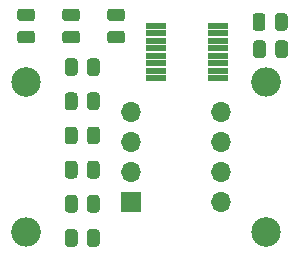
<source format=gbr>
%TF.GenerationSoftware,KiCad,Pcbnew,(5.1.6)-1*%
%TF.CreationDate,2020-07-16T10:06:32+01:00*%
%TF.ProjectId,Jag_Speedy_VRConditioner,4a61675f-5370-4656-9564-795f5652436f,rev?*%
%TF.SameCoordinates,Original*%
%TF.FileFunction,Soldermask,Top*%
%TF.FilePolarity,Negative*%
%FSLAX46Y46*%
G04 Gerber Fmt 4.6, Leading zero omitted, Abs format (unit mm)*
G04 Created by KiCad (PCBNEW (5.1.6)-1) date 2020-07-16 10:06:32*
%MOMM*%
%LPD*%
G01*
G04 APERTURE LIST*
%ADD10O,2.500000X2.500000*%
%ADD11C,2.500000*%
%ADD12O,1.700000X1.700000*%
%ADD13R,1.700000X1.700000*%
%ADD14R,1.700000X0.510000*%
G04 APERTURE END LIST*
D10*
%TO.C,R8*%
X134620000Y-97790000D03*
D11*
X134620000Y-85090000D03*
%TD*%
D10*
%TO.C,R7*%
X154940000Y-85090000D03*
D11*
X154940000Y-97790000D03*
%TD*%
D12*
%TO.C,J1*%
X151130000Y-95250000D03*
X143510000Y-87630000D03*
X151130000Y-92710000D03*
X143510000Y-90170000D03*
X151130000Y-90170000D03*
X143510000Y-92710000D03*
X151130000Y-87630000D03*
D13*
X143510000Y-95250000D03*
%TD*%
D14*
%TO.C,IC1*%
X145594700Y-84772500D03*
X145594700Y-84137500D03*
X145594700Y-83502500D03*
X145594700Y-82867500D03*
X145594700Y-82232500D03*
X145594700Y-81597500D03*
X145594700Y-80962500D03*
X145594700Y-80327500D03*
X150903300Y-80327500D03*
X150903300Y-80962500D03*
X150903300Y-81597500D03*
X150903300Y-82232500D03*
X150903300Y-82867500D03*
X150903300Y-83502500D03*
X150903300Y-84137500D03*
X150903300Y-84772500D03*
%TD*%
%TO.C,C1*%
G36*
G01*
X138911250Y-79942500D02*
X137948750Y-79942500D01*
G75*
G02*
X137680000Y-79673750I0J268750D01*
G01*
X137680000Y-79136250D01*
G75*
G02*
X137948750Y-78867500I268750J0D01*
G01*
X138911250Y-78867500D01*
G75*
G02*
X139180000Y-79136250I0J-268750D01*
G01*
X139180000Y-79673750D01*
G75*
G02*
X138911250Y-79942500I-268750J0D01*
G01*
G37*
G36*
G01*
X138911250Y-81817500D02*
X137948750Y-81817500D01*
G75*
G02*
X137680000Y-81548750I0J268750D01*
G01*
X137680000Y-81011250D01*
G75*
G02*
X137948750Y-80742500I268750J0D01*
G01*
X138911250Y-80742500D01*
G75*
G02*
X139180000Y-81011250I0J-268750D01*
G01*
X139180000Y-81548750D01*
G75*
G02*
X138911250Y-81817500I-268750J0D01*
G01*
G37*
%TD*%
%TO.C,R6*%
G36*
G01*
X138967500Y-92020750D02*
X138967500Y-92983250D01*
G75*
G02*
X138698750Y-93252000I-268750J0D01*
G01*
X138161250Y-93252000D01*
G75*
G02*
X137892500Y-92983250I0J268750D01*
G01*
X137892500Y-92020750D01*
G75*
G02*
X138161250Y-91752000I268750J0D01*
G01*
X138698750Y-91752000D01*
G75*
G02*
X138967500Y-92020750I0J-268750D01*
G01*
G37*
G36*
G01*
X140842500Y-92020750D02*
X140842500Y-92983250D01*
G75*
G02*
X140573750Y-93252000I-268750J0D01*
G01*
X140036250Y-93252000D01*
G75*
G02*
X139767500Y-92983250I0J268750D01*
G01*
X139767500Y-92020750D01*
G75*
G02*
X140036250Y-91752000I268750J0D01*
G01*
X140573750Y-91752000D01*
G75*
G02*
X140842500Y-92020750I0J-268750D01*
G01*
G37*
%TD*%
%TO.C,R2*%
G36*
G01*
X155672500Y-80491250D02*
X155672500Y-79528750D01*
G75*
G02*
X155941250Y-79260000I268750J0D01*
G01*
X156478750Y-79260000D01*
G75*
G02*
X156747500Y-79528750I0J-268750D01*
G01*
X156747500Y-80491250D01*
G75*
G02*
X156478750Y-80760000I-268750J0D01*
G01*
X155941250Y-80760000D01*
G75*
G02*
X155672500Y-80491250I0J268750D01*
G01*
G37*
G36*
G01*
X153797500Y-80491250D02*
X153797500Y-79528750D01*
G75*
G02*
X154066250Y-79260000I268750J0D01*
G01*
X154603750Y-79260000D01*
G75*
G02*
X154872500Y-79528750I0J-268750D01*
G01*
X154872500Y-80491250D01*
G75*
G02*
X154603750Y-80760000I-268750J0D01*
G01*
X154066250Y-80760000D01*
G75*
G02*
X153797500Y-80491250I0J268750D01*
G01*
G37*
%TD*%
%TO.C,C5*%
G36*
G01*
X138967500Y-83338750D02*
X138967500Y-84301250D01*
G75*
G02*
X138698750Y-84570000I-268750J0D01*
G01*
X138161250Y-84570000D01*
G75*
G02*
X137892500Y-84301250I0J268750D01*
G01*
X137892500Y-83338750D01*
G75*
G02*
X138161250Y-83070000I268750J0D01*
G01*
X138698750Y-83070000D01*
G75*
G02*
X138967500Y-83338750I0J-268750D01*
G01*
G37*
G36*
G01*
X140842500Y-83338750D02*
X140842500Y-84301250D01*
G75*
G02*
X140573750Y-84570000I-268750J0D01*
G01*
X140036250Y-84570000D01*
G75*
G02*
X139767500Y-84301250I0J268750D01*
G01*
X139767500Y-83338750D01*
G75*
G02*
X140036250Y-83070000I268750J0D01*
G01*
X140573750Y-83070000D01*
G75*
G02*
X140842500Y-83338750I0J-268750D01*
G01*
G37*
%TD*%
%TO.C,C2*%
G36*
G01*
X142721250Y-79942500D02*
X141758750Y-79942500D01*
G75*
G02*
X141490000Y-79673750I0J268750D01*
G01*
X141490000Y-79136250D01*
G75*
G02*
X141758750Y-78867500I268750J0D01*
G01*
X142721250Y-78867500D01*
G75*
G02*
X142990000Y-79136250I0J-268750D01*
G01*
X142990000Y-79673750D01*
G75*
G02*
X142721250Y-79942500I-268750J0D01*
G01*
G37*
G36*
G01*
X142721250Y-81817500D02*
X141758750Y-81817500D01*
G75*
G02*
X141490000Y-81548750I0J268750D01*
G01*
X141490000Y-81011250D01*
G75*
G02*
X141758750Y-80742500I268750J0D01*
G01*
X142721250Y-80742500D01*
G75*
G02*
X142990000Y-81011250I0J-268750D01*
G01*
X142990000Y-81548750D01*
G75*
G02*
X142721250Y-81817500I-268750J0D01*
G01*
G37*
%TD*%
%TO.C,R5*%
G36*
G01*
X138967500Y-86232750D02*
X138967500Y-87195250D01*
G75*
G02*
X138698750Y-87464000I-268750J0D01*
G01*
X138161250Y-87464000D01*
G75*
G02*
X137892500Y-87195250I0J268750D01*
G01*
X137892500Y-86232750D01*
G75*
G02*
X138161250Y-85964000I268750J0D01*
G01*
X138698750Y-85964000D01*
G75*
G02*
X138967500Y-86232750I0J-268750D01*
G01*
G37*
G36*
G01*
X140842500Y-86232750D02*
X140842500Y-87195250D01*
G75*
G02*
X140573750Y-87464000I-268750J0D01*
G01*
X140036250Y-87464000D01*
G75*
G02*
X139767500Y-87195250I0J268750D01*
G01*
X139767500Y-86232750D01*
G75*
G02*
X140036250Y-85964000I268750J0D01*
G01*
X140573750Y-85964000D01*
G75*
G02*
X140842500Y-86232750I0J-268750D01*
G01*
G37*
%TD*%
%TO.C,R4*%
G36*
G01*
X137892500Y-98771250D02*
X137892500Y-97808750D01*
G75*
G02*
X138161250Y-97540000I268750J0D01*
G01*
X138698750Y-97540000D01*
G75*
G02*
X138967500Y-97808750I0J-268750D01*
G01*
X138967500Y-98771250D01*
G75*
G02*
X138698750Y-99040000I-268750J0D01*
G01*
X138161250Y-99040000D01*
G75*
G02*
X137892500Y-98771250I0J268750D01*
G01*
G37*
G36*
G01*
X139767500Y-98771250D02*
X139767500Y-97808750D01*
G75*
G02*
X140036250Y-97540000I268750J0D01*
G01*
X140573750Y-97540000D01*
G75*
G02*
X140842500Y-97808750I0J-268750D01*
G01*
X140842500Y-98771250D01*
G75*
G02*
X140573750Y-99040000I-268750J0D01*
G01*
X140036250Y-99040000D01*
G75*
G02*
X139767500Y-98771250I0J268750D01*
G01*
G37*
%TD*%
%TO.C,R3*%
G36*
G01*
X138967500Y-94914750D02*
X138967500Y-95877250D01*
G75*
G02*
X138698750Y-96146000I-268750J0D01*
G01*
X138161250Y-96146000D01*
G75*
G02*
X137892500Y-95877250I0J268750D01*
G01*
X137892500Y-94914750D01*
G75*
G02*
X138161250Y-94646000I268750J0D01*
G01*
X138698750Y-94646000D01*
G75*
G02*
X138967500Y-94914750I0J-268750D01*
G01*
G37*
G36*
G01*
X140842500Y-94914750D02*
X140842500Y-95877250D01*
G75*
G02*
X140573750Y-96146000I-268750J0D01*
G01*
X140036250Y-96146000D01*
G75*
G02*
X139767500Y-95877250I0J268750D01*
G01*
X139767500Y-94914750D01*
G75*
G02*
X140036250Y-94646000I268750J0D01*
G01*
X140573750Y-94646000D01*
G75*
G02*
X140842500Y-94914750I0J-268750D01*
G01*
G37*
%TD*%
%TO.C,R1*%
G36*
G01*
X155710000Y-82781250D02*
X155710000Y-81818750D01*
G75*
G02*
X155978750Y-81550000I268750J0D01*
G01*
X156516250Y-81550000D01*
G75*
G02*
X156785000Y-81818750I0J-268750D01*
G01*
X156785000Y-82781250D01*
G75*
G02*
X156516250Y-83050000I-268750J0D01*
G01*
X155978750Y-83050000D01*
G75*
G02*
X155710000Y-82781250I0J268750D01*
G01*
G37*
G36*
G01*
X153835000Y-82781250D02*
X153835000Y-81818750D01*
G75*
G02*
X154103750Y-81550000I268750J0D01*
G01*
X154641250Y-81550000D01*
G75*
G02*
X154910000Y-81818750I0J-268750D01*
G01*
X154910000Y-82781250D01*
G75*
G02*
X154641250Y-83050000I-268750J0D01*
G01*
X154103750Y-83050000D01*
G75*
G02*
X153835000Y-82781250I0J268750D01*
G01*
G37*
%TD*%
%TO.C,C4*%
G36*
G01*
X135101250Y-79942500D02*
X134138750Y-79942500D01*
G75*
G02*
X133870000Y-79673750I0J268750D01*
G01*
X133870000Y-79136250D01*
G75*
G02*
X134138750Y-78867500I268750J0D01*
G01*
X135101250Y-78867500D01*
G75*
G02*
X135370000Y-79136250I0J-268750D01*
G01*
X135370000Y-79673750D01*
G75*
G02*
X135101250Y-79942500I-268750J0D01*
G01*
G37*
G36*
G01*
X135101250Y-81817500D02*
X134138750Y-81817500D01*
G75*
G02*
X133870000Y-81548750I0J268750D01*
G01*
X133870000Y-81011250D01*
G75*
G02*
X134138750Y-80742500I268750J0D01*
G01*
X135101250Y-80742500D01*
G75*
G02*
X135370000Y-81011250I0J-268750D01*
G01*
X135370000Y-81548750D01*
G75*
G02*
X135101250Y-81817500I-268750J0D01*
G01*
G37*
%TD*%
%TO.C,C3*%
G36*
G01*
X138967500Y-89126750D02*
X138967500Y-90089250D01*
G75*
G02*
X138698750Y-90358000I-268750J0D01*
G01*
X138161250Y-90358000D01*
G75*
G02*
X137892500Y-90089250I0J268750D01*
G01*
X137892500Y-89126750D01*
G75*
G02*
X138161250Y-88858000I268750J0D01*
G01*
X138698750Y-88858000D01*
G75*
G02*
X138967500Y-89126750I0J-268750D01*
G01*
G37*
G36*
G01*
X140842500Y-89126750D02*
X140842500Y-90089250D01*
G75*
G02*
X140573750Y-90358000I-268750J0D01*
G01*
X140036250Y-90358000D01*
G75*
G02*
X139767500Y-90089250I0J268750D01*
G01*
X139767500Y-89126750D01*
G75*
G02*
X140036250Y-88858000I268750J0D01*
G01*
X140573750Y-88858000D01*
G75*
G02*
X140842500Y-89126750I0J-268750D01*
G01*
G37*
%TD*%
M02*

</source>
